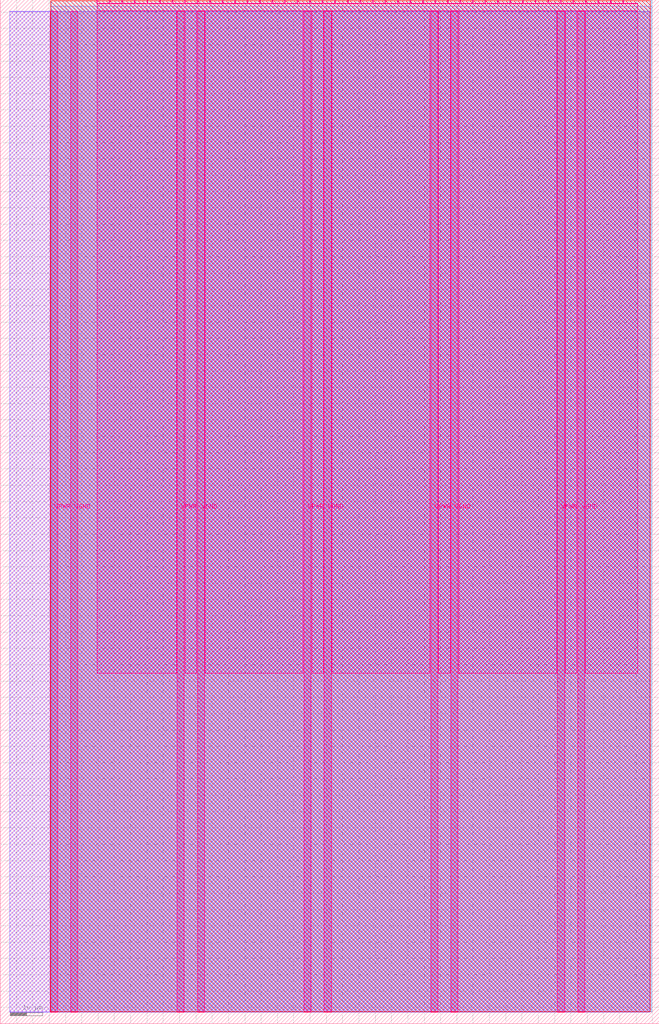
<source format=lef>
VERSION 5.7 ;
  NOWIREEXTENSIONATPIN ON ;
  DIVIDERCHAR "/" ;
  BUSBITCHARS "[]" ;
MACRO tt_um_zerotoasic_logo_screensaver
  CLASS BLOCK ;
  FOREIGN tt_um_zerotoasic_logo_screensaver ;
  ORIGIN 0.000 0.000 ;
  SIZE 202.080 BY 313.740 ;
  PIN VGND
    DIRECTION INOUT ;
    USE GROUND ;
    PORT
      LAYER Metal5 ;
        RECT 21.580 3.560 23.780 310.180 ;
    END
    PORT
      LAYER Metal5 ;
        RECT 60.450 3.560 62.650 310.180 ;
    END
    PORT
      LAYER Metal5 ;
        RECT 99.320 3.560 101.520 310.180 ;
    END
    PORT
      LAYER Metal5 ;
        RECT 138.190 3.560 140.390 310.180 ;
    END
    PORT
      LAYER Metal5 ;
        RECT 177.060 3.560 179.260 310.180 ;
    END
  END VGND
  PIN VPWR
    DIRECTION INOUT ;
    USE POWER ;
    PORT
      LAYER Metal5 ;
        RECT 15.380 3.560 17.580 310.180 ;
    END
    PORT
      LAYER Metal5 ;
        RECT 54.250 3.560 56.450 310.180 ;
    END
    PORT
      LAYER Metal5 ;
        RECT 93.120 3.560 95.320 310.180 ;
    END
    PORT
      LAYER Metal5 ;
        RECT 131.990 3.560 134.190 310.180 ;
    END
    PORT
      LAYER Metal5 ;
        RECT 170.860 3.560 173.060 310.180 ;
    END
  END VPWR
  PIN clk
    DIRECTION INPUT ;
    USE SIGNAL ;
    ANTENNAGATEAREA 0.213200 ;
    PORT
      LAYER Metal5 ;
        RECT 187.050 312.740 187.350 313.740 ;
    END
  END clk
  PIN ena
    DIRECTION INPUT ;
    USE SIGNAL ;
    PORT
      LAYER Metal5 ;
        RECT 190.890 312.740 191.190 313.740 ;
    END
  END ena
  PIN rst_n
    DIRECTION INPUT ;
    USE SIGNAL ;
    ANTENNAGATEAREA 0.213200 ;
    PORT
      LAYER Metal5 ;
        RECT 183.210 312.740 183.510 313.740 ;
    END
  END rst_n
  PIN ui_in[0]
    DIRECTION INPUT ;
    USE SIGNAL ;
    ANTENNAGATEAREA 0.180700 ;
    PORT
      LAYER Metal5 ;
        RECT 179.370 312.740 179.670 313.740 ;
    END
  END ui_in[0]
  PIN ui_in[1]
    DIRECTION INPUT ;
    USE SIGNAL ;
    ANTENNAGATEAREA 0.180700 ;
    PORT
      LAYER Metal5 ;
        RECT 175.530 312.740 175.830 313.740 ;
    END
  END ui_in[1]
  PIN ui_in[2]
    DIRECTION INPUT ;
    USE SIGNAL ;
    PORT
      LAYER Metal5 ;
        RECT 171.690 312.740 171.990 313.740 ;
    END
  END ui_in[2]
  PIN ui_in[3]
    DIRECTION INPUT ;
    USE SIGNAL ;
    PORT
      LAYER Metal5 ;
        RECT 167.850 312.740 168.150 313.740 ;
    END
  END ui_in[3]
  PIN ui_in[4]
    DIRECTION INPUT ;
    USE SIGNAL ;
    ANTENNAGATEAREA 0.180700 ;
    PORT
      LAYER Metal5 ;
        RECT 164.010 312.740 164.310 313.740 ;
    END
  END ui_in[4]
  PIN ui_in[5]
    DIRECTION INPUT ;
    USE SIGNAL ;
    ANTENNAGATEAREA 0.180700 ;
    PORT
      LAYER Metal5 ;
        RECT 160.170 312.740 160.470 313.740 ;
    END
  END ui_in[5]
  PIN ui_in[6]
    DIRECTION INPUT ;
    USE SIGNAL ;
    ANTENNAGATEAREA 0.180700 ;
    PORT
      LAYER Metal5 ;
        RECT 156.330 312.740 156.630 313.740 ;
    END
  END ui_in[6]
  PIN ui_in[7]
    DIRECTION INPUT ;
    USE SIGNAL ;
    PORT
      LAYER Metal5 ;
        RECT 152.490 312.740 152.790 313.740 ;
    END
  END ui_in[7]
  PIN uio_in[0]
    DIRECTION INPUT ;
    USE SIGNAL ;
    PORT
      LAYER Metal5 ;
        RECT 148.650 312.740 148.950 313.740 ;
    END
  END uio_in[0]
  PIN uio_in[1]
    DIRECTION INPUT ;
    USE SIGNAL ;
    PORT
      LAYER Metal5 ;
        RECT 144.810 312.740 145.110 313.740 ;
    END
  END uio_in[1]
  PIN uio_in[2]
    DIRECTION INPUT ;
    USE SIGNAL ;
    PORT
      LAYER Metal5 ;
        RECT 140.970 312.740 141.270 313.740 ;
    END
  END uio_in[2]
  PIN uio_in[3]
    DIRECTION INPUT ;
    USE SIGNAL ;
    PORT
      LAYER Metal5 ;
        RECT 137.130 312.740 137.430 313.740 ;
    END
  END uio_in[3]
  PIN uio_in[4]
    DIRECTION INPUT ;
    USE SIGNAL ;
    PORT
      LAYER Metal5 ;
        RECT 133.290 312.740 133.590 313.740 ;
    END
  END uio_in[4]
  PIN uio_in[5]
    DIRECTION INPUT ;
    USE SIGNAL ;
    PORT
      LAYER Metal5 ;
        RECT 129.450 312.740 129.750 313.740 ;
    END
  END uio_in[5]
  PIN uio_in[6]
    DIRECTION INPUT ;
    USE SIGNAL ;
    PORT
      LAYER Metal5 ;
        RECT 125.610 312.740 125.910 313.740 ;
    END
  END uio_in[6]
  PIN uio_in[7]
    DIRECTION INPUT ;
    USE SIGNAL ;
    PORT
      LAYER Metal5 ;
        RECT 121.770 312.740 122.070 313.740 ;
    END
  END uio_in[7]
  PIN uio_oe[0]
    DIRECTION OUTPUT ;
    USE SIGNAL ;
    ANTENNADIFFAREA 0.299200 ;
    PORT
      LAYER Metal5 ;
        RECT 56.490 312.740 56.790 313.740 ;
    END
  END uio_oe[0]
  PIN uio_oe[1]
    DIRECTION OUTPUT ;
    USE SIGNAL ;
    ANTENNADIFFAREA 0.299200 ;
    PORT
      LAYER Metal5 ;
        RECT 52.650 312.740 52.950 313.740 ;
    END
  END uio_oe[1]
  PIN uio_oe[2]
    DIRECTION OUTPUT ;
    USE SIGNAL ;
    ANTENNADIFFAREA 0.299200 ;
    PORT
      LAYER Metal5 ;
        RECT 48.810 312.740 49.110 313.740 ;
    END
  END uio_oe[2]
  PIN uio_oe[3]
    DIRECTION OUTPUT ;
    USE SIGNAL ;
    ANTENNADIFFAREA 0.299200 ;
    PORT
      LAYER Metal5 ;
        RECT 44.970 312.740 45.270 313.740 ;
    END
  END uio_oe[3]
  PIN uio_oe[4]
    DIRECTION OUTPUT ;
    USE SIGNAL ;
    ANTENNADIFFAREA 0.299200 ;
    PORT
      LAYER Metal5 ;
        RECT 41.130 312.740 41.430 313.740 ;
    END
  END uio_oe[4]
  PIN uio_oe[5]
    DIRECTION OUTPUT ;
    USE SIGNAL ;
    ANTENNADIFFAREA 0.299200 ;
    PORT
      LAYER Metal5 ;
        RECT 37.290 312.740 37.590 313.740 ;
    END
  END uio_oe[5]
  PIN uio_oe[6]
    DIRECTION OUTPUT ;
    USE SIGNAL ;
    ANTENNADIFFAREA 0.299200 ;
    PORT
      LAYER Metal5 ;
        RECT 33.450 312.740 33.750 313.740 ;
    END
  END uio_oe[6]
  PIN uio_oe[7]
    DIRECTION OUTPUT ;
    USE SIGNAL ;
    ANTENNADIFFAREA 0.299200 ;
    PORT
      LAYER Metal5 ;
        RECT 29.610 312.740 29.910 313.740 ;
    END
  END uio_oe[7]
  PIN uio_out[0]
    DIRECTION OUTPUT ;
    USE SIGNAL ;
    ANTENNADIFFAREA 0.299200 ;
    PORT
      LAYER Metal5 ;
        RECT 87.210 312.740 87.510 313.740 ;
    END
  END uio_out[0]
  PIN uio_out[1]
    DIRECTION OUTPUT ;
    USE SIGNAL ;
    ANTENNADIFFAREA 0.299200 ;
    PORT
      LAYER Metal5 ;
        RECT 83.370 312.740 83.670 313.740 ;
    END
  END uio_out[1]
  PIN uio_out[2]
    DIRECTION OUTPUT ;
    USE SIGNAL ;
    ANTENNADIFFAREA 0.299200 ;
    PORT
      LAYER Metal5 ;
        RECT 79.530 312.740 79.830 313.740 ;
    END
  END uio_out[2]
  PIN uio_out[3]
    DIRECTION OUTPUT ;
    USE SIGNAL ;
    ANTENNADIFFAREA 0.299200 ;
    PORT
      LAYER Metal5 ;
        RECT 75.690 312.740 75.990 313.740 ;
    END
  END uio_out[3]
  PIN uio_out[4]
    DIRECTION OUTPUT ;
    USE SIGNAL ;
    ANTENNADIFFAREA 0.299200 ;
    PORT
      LAYER Metal5 ;
        RECT 71.850 312.740 72.150 313.740 ;
    END
  END uio_out[4]
  PIN uio_out[5]
    DIRECTION OUTPUT ;
    USE SIGNAL ;
    ANTENNADIFFAREA 0.299200 ;
    PORT
      LAYER Metal5 ;
        RECT 68.010 312.740 68.310 313.740 ;
    END
  END uio_out[5]
  PIN uio_out[6]
    DIRECTION OUTPUT ;
    USE SIGNAL ;
    ANTENNADIFFAREA 0.299200 ;
    PORT
      LAYER Metal5 ;
        RECT 64.170 312.740 64.470 313.740 ;
    END
  END uio_out[6]
  PIN uio_out[7]
    DIRECTION OUTPUT ;
    USE SIGNAL ;
    ANTENNADIFFAREA 0.299200 ;
    PORT
      LAYER Metal5 ;
        RECT 60.330 312.740 60.630 313.740 ;
    END
  END uio_out[7]
  PIN uo_out[0]
    DIRECTION OUTPUT ;
    USE SIGNAL ;
    ANTENNADIFFAREA 0.632400 ;
    PORT
      LAYER Metal5 ;
        RECT 117.930 312.740 118.230 313.740 ;
    END
  END uo_out[0]
  PIN uo_out[1]
    DIRECTION OUTPUT ;
    USE SIGNAL ;
    ANTENNADIFFAREA 0.632400 ;
    PORT
      LAYER Metal5 ;
        RECT 114.090 312.740 114.390 313.740 ;
    END
  END uo_out[1]
  PIN uo_out[2]
    DIRECTION OUTPUT ;
    USE SIGNAL ;
    ANTENNADIFFAREA 0.632400 ;
    PORT
      LAYER Metal5 ;
        RECT 110.250 312.740 110.550 313.740 ;
    END
  END uo_out[2]
  PIN uo_out[3]
    DIRECTION OUTPUT ;
    USE SIGNAL ;
    ANTENNADIFFAREA 0.654800 ;
    PORT
      LAYER Metal5 ;
        RECT 106.410 312.740 106.710 313.740 ;
    END
  END uo_out[3]
  PIN uo_out[4]
    DIRECTION OUTPUT ;
    USE SIGNAL ;
    ANTENNADIFFAREA 0.632400 ;
    PORT
      LAYER Metal5 ;
        RECT 102.570 312.740 102.870 313.740 ;
    END
  END uo_out[4]
  PIN uo_out[5]
    DIRECTION OUTPUT ;
    USE SIGNAL ;
    ANTENNADIFFAREA 0.632400 ;
    PORT
      LAYER Metal5 ;
        RECT 98.730 312.740 99.030 313.740 ;
    END
  END uo_out[5]
  PIN uo_out[6]
    DIRECTION OUTPUT ;
    USE SIGNAL ;
    ANTENNADIFFAREA 0.632400 ;
    PORT
      LAYER Metal5 ;
        RECT 94.890 312.740 95.190 313.740 ;
    END
  END uo_out[6]
  PIN uo_out[7]
    DIRECTION OUTPUT ;
    USE SIGNAL ;
    ANTENNADIFFAREA 0.654800 ;
    PORT
      LAYER Metal5 ;
        RECT 91.050 312.740 91.350 313.740 ;
    END
  END uo_out[7]
  OBS
      LAYER GatPoly ;
        RECT 2.880 3.630 199.200 310.110 ;
      LAYER Metal1 ;
        RECT 2.880 3.560 199.200 310.180 ;
      LAYER Metal2 ;
        RECT 15.515 3.680 199.825 311.740 ;
      LAYER Metal3 ;
        RECT 15.560 3.635 199.780 313.465 ;
      LAYER Metal4 ;
        RECT 15.515 3.680 199.345 313.420 ;
      LAYER Metal5 ;
        RECT 30.120 312.530 33.240 312.740 ;
        RECT 33.960 312.530 37.080 312.740 ;
        RECT 37.800 312.530 40.920 312.740 ;
        RECT 41.640 312.530 44.760 312.740 ;
        RECT 45.480 312.530 48.600 312.740 ;
        RECT 49.320 312.530 52.440 312.740 ;
        RECT 53.160 312.530 56.280 312.740 ;
        RECT 57.000 312.530 60.120 312.740 ;
        RECT 60.840 312.530 63.960 312.740 ;
        RECT 64.680 312.530 67.800 312.740 ;
        RECT 68.520 312.530 71.640 312.740 ;
        RECT 72.360 312.530 75.480 312.740 ;
        RECT 76.200 312.530 79.320 312.740 ;
        RECT 80.040 312.530 83.160 312.740 ;
        RECT 83.880 312.530 87.000 312.740 ;
        RECT 87.720 312.530 90.840 312.740 ;
        RECT 91.560 312.530 94.680 312.740 ;
        RECT 95.400 312.530 98.520 312.740 ;
        RECT 99.240 312.530 102.360 312.740 ;
        RECT 103.080 312.530 106.200 312.740 ;
        RECT 106.920 312.530 110.040 312.740 ;
        RECT 110.760 312.530 113.880 312.740 ;
        RECT 114.600 312.530 117.720 312.740 ;
        RECT 118.440 312.530 121.560 312.740 ;
        RECT 122.280 312.530 125.400 312.740 ;
        RECT 126.120 312.530 129.240 312.740 ;
        RECT 129.960 312.530 133.080 312.740 ;
        RECT 133.800 312.530 136.920 312.740 ;
        RECT 137.640 312.530 140.760 312.740 ;
        RECT 141.480 312.530 144.600 312.740 ;
        RECT 145.320 312.530 148.440 312.740 ;
        RECT 149.160 312.530 152.280 312.740 ;
        RECT 153.000 312.530 156.120 312.740 ;
        RECT 156.840 312.530 159.960 312.740 ;
        RECT 160.680 312.530 163.800 312.740 ;
        RECT 164.520 312.530 167.640 312.740 ;
        RECT 168.360 312.530 171.480 312.740 ;
        RECT 172.200 312.530 175.320 312.740 ;
        RECT 176.040 312.530 179.160 312.740 ;
        RECT 179.880 312.530 183.000 312.740 ;
        RECT 183.720 312.530 186.840 312.740 ;
        RECT 187.560 312.530 190.680 312.740 ;
        RECT 191.400 312.530 195.460 312.740 ;
        RECT 29.660 310.390 195.460 312.530 ;
        RECT 29.660 107.375 54.040 310.390 ;
        RECT 56.660 107.375 60.240 310.390 ;
        RECT 62.860 107.375 92.910 310.390 ;
        RECT 95.530 107.375 99.110 310.390 ;
        RECT 101.730 107.375 131.780 310.390 ;
        RECT 134.400 107.375 137.980 310.390 ;
        RECT 140.600 107.375 170.650 310.390 ;
        RECT 173.270 107.375 176.850 310.390 ;
        RECT 179.470 107.375 195.460 310.390 ;
  END
END tt_um_zerotoasic_logo_screensaver
END LIBRARY


</source>
